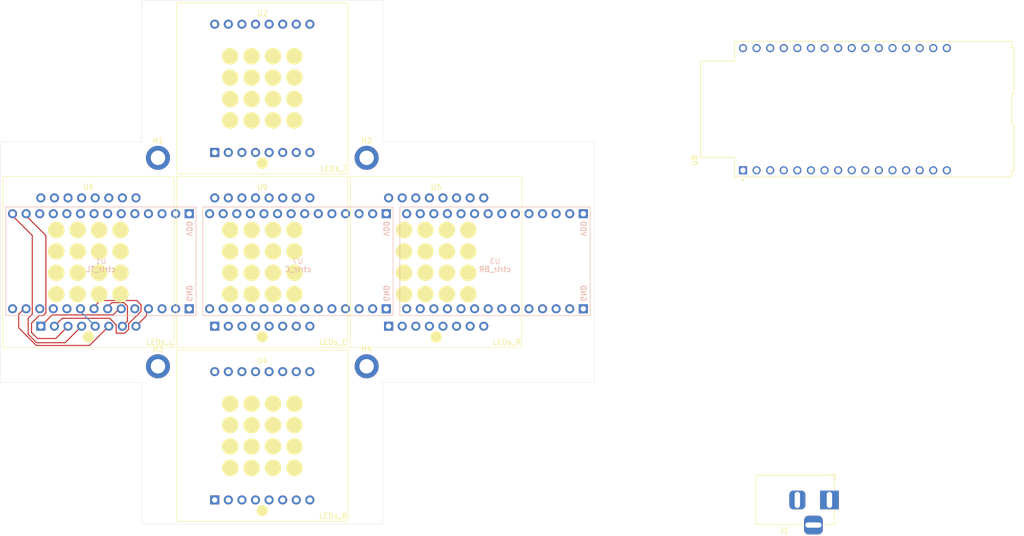
<source format=kicad_pcb>
(kicad_pcb (version 20241229) (generator "pcbnew") (generator_version "9.0")
  (layers (0 "F.Cu" signal) (2 "B.Cu" signal) (13 "F.Paste" user) (15 "B.Paste" user) (5 "F.SilkS" user "F.Silkscreen") (7 "B.SilkS" user "B.Silkscreen") (1 "F.Mask" user) (3 "B.Mask" user) (25 "Edge.Cuts" user))
  (net 0 "")
  (net 4 "GND")
  (net 14 "/SDA")
  (net 21 "+5V")
  (net 24 "/SCL")
  (net 26 "Net-(U1-A4)")
  (net 27 "Net-(U1-C0)")
  (net 28 "Net-(U1-A1)")
  (net 29 "Net-(U1-A7)")
  (net 30 "Net-(U1-C3)")
  (net 31 "Net-(U1-C7)")
  (net 32 "Net-(U1-A2)")
  (net 33 "Net-(U1-A0)")
  (net 34 "Net-(U1-A5)")
  (net 35 "Net-(U1-C5)")
  (net 36 "Net-(U1-C2)")
  (net 37 "Net-(U1-C4)")
  (net 38 "Net-(U1-A3)")
  (net 39 "Net-(U1-C1)")
  (net 40 "Net-(U1-C6)")
  (net 41 "Net-(U1-A6)")
  (net 42 "Net-(U3-C7)")
  (net 43 "Net-(U3-C6)")
  (net 44 "Net-(U3-C3)")
  (net 45 "Net-(U3-A12)")
  (net 46 "Net-(U3-A13)")
  (net 47 "Net-(U3-C5)")
  (net 48 "Net-(U3-C2)")
  (net 49 "Net-(U3-C1)")
  (net 50 "Net-(U3-C4)")
  (net 51 "Net-(U3-A10)")
  (net 52 "Net-(U3-C0)")
  (net 53 "Net-(U3-A11)")
  (net 54 "Net-(U3-A15)")
  (net 55 "Net-(U3-A8)")
  (net 56 "Net-(U3-A9)")
  (net 57 "Net-(U3-A14)")
  (net 58 "Net-(U3-A7)")
  (net 59 "Net-(U3-A0)")
  (net 60 "Net-(U3-A1)")
  (net 61 "Net-(U3-A2)")
  (net 62 "Net-(U3-A4)")
  (net 63 "Net-(U3-A6)")
  (net 64 "Net-(U3-A5)")
  (net 65 "Net-(U3-A3)")
  (net 66 "Net-(U1-A8)")
  (net 67 "Net-(U1-A11)")
  (net 68 "Net-(U1-A13)")
  (net 69 "Net-(U1-A12)")
  (net 70 "Net-(U1-A10)")
  (net 71 "Net-(U1-A15)")
  (net 72 "Net-(U1-A9)")
  (net 73 "Net-(U1-A14)")
  (net 74 "/brightness")
  (net 75 "/nextPattern")
  (net 76 "+3.3V")
  (net 78 "Net-(U7-C6)")
  (net 79 "Net-(U7-C7)")
  (net 80 "Net-(U7-A2)")
  (net 81 "Net-(U7-A6)")
  (net 82 "Net-(U7-C5)")
  (net 83 "Net-(U7-A1)")
  (net 84 "Net-(U7-A3)")
  (net 85 "Net-(U7-C1)")
  (net 86 "Net-(U7-C0)")
  (net 87 "Net-(U7-A0)")
  (net 88 "Net-(U7-C3)")
  (net 89 "Net-(U7-C2)")
  (net 90 "Net-(U7-A5)")
  (net 91 "Net-(U7-C4)")
  (net 92 "Net-(U7-A7)")
  (net 93 "Net-(U7-A4)")
  (footprint "lib_pharmacy:KWM-30881" (layer "F.Cu") (at 171 86)
    (property "Reference" "U5" (at 0 -14 0) (layer "F.SilkS"))
    (property "Value" "LEDs_R" (at 16 15 0) (layer "F.SilkS") (effects (justify right)))
    (fp_rect (start -16 -16) (end 16 16) (stroke (width 0.1)) (fill no) (layer "F.SilkS"))
    (fp_circle (center -6 -6) (end -4.5 -6) (stroke (width 0.1)) (fill yes) (layer "F.SilkS"))
    (fp_circle (center -6 -2) (end -4.5 -2) (stroke (width 0.1)) (fill yes) (layer "F.SilkS"))
    (fp_circle (center -6 2) (end -4.5 2) (stroke (width 0.1)) (fill yes) (layer "F.SilkS"))
    (fp_circle (center -6 6) (end -4.5 6) (stroke (width 0.1)) (fill yes) (layer "F.SilkS"))
    (fp_circle (center -2 -6) (end -0.5 -6) (stroke (width 0.1)) (fill yes) (layer "F.SilkS"))
    (fp_circle (center -2 -2) (end -0.5 -2) (stroke (width 0.1)) (fill yes) (layer "F.SilkS"))
    (fp_circle (center -2 2) (end -0.5 2) (stroke (width 0.1)) (fill yes) (layer "F.SilkS"))
    (fp_circle (center -2 6) (end -0.5 6) (stroke (width 0.1)) (fill yes) (layer "F.SilkS"))
    (fp_circle (center 0 14) (end 1 14) (stroke (width 0.1)) (fill yes) (layer "F.SilkS"))
    (fp_circle (center 2 -6) (end 3.5 -6) (stroke (width 0.1)) (fill yes) (layer "F.SilkS"))
    (fp_circle (center 2 -2) (end 3.5 -2) (stroke (width 0.1)) (fill yes) (layer "F.SilkS"))
    (fp_circle (center 2 2) (end 3.5 2) (stroke (width 0.1)) (fill yes) (layer "F.SilkS"))
    (fp_circle (center 2 6) (end 3.5 6) (stroke (width 0.1)) (fill yes) (layer "F.SilkS"))
    (fp_circle (center 6 -6) (end 7.5 -6) (stroke (width 0.1)) (fill yes) (layer "F.SilkS"))
    (fp_circle (center 6 -2) (end 7.5 -2) (stroke (width 0.1)) (fill yes) (layer "F.SilkS"))
    (fp_circle (center 6 2) (end 7.5 2) (stroke (width 0.1)) (fill yes) (layer "F.SilkS"))
    (fp_circle (center 6 6) (end 7.5 6) (stroke (width 0.1)) (fill yes) (layer "F.SilkS"))
    (pad "1" thru_hole rect (at -8.89 12 90) (size 1.7 1.7) (drill 1) (layers "*.Cu" "*.Mask") (net 50 "Net-(U3-C4)"))
    (pad "2" thru_hole circle (at -6.35 12 90) (size 1.7 1.7) (drill 1) (layers "*.Cu" "*.Mask") (net 43 "Net-(U3-C6)"))
    (pad "3" thru_hole circle (at -3.81 12 90) (size 1.7 1.7) (drill 1) (layers "*.Cu" "*.Mask") (net 60 "Net-(U3-A1)"))
    (pad "4" thru_hole circle (at -1.27 12 90) (size 1.7 1.7) (drill 1) (layers "*.Cu" "*.Mask") (net 61 "Net-(U3-A2)"))
    (pad "5" thru_hole circle (at 1.27 12 90) (size 1.7 1.7) (drill 1) (layers "*.Cu" "*.Mask") (net 42 "Net-(U3-C7)"))
    (pad "6" thru_hole circle (at 3.81 12 90) (size 1.7 1.7) (drill 1) (layers "*.Cu" "*.Mask") (net 62 "Net-(U3-A4)"))
    (pad "7" thru_hole circle (at 6.35 12 90) (size 1.7 1.7) (drill 1) (layers "*.Cu" "*.Mask") (net 47 "Net-(U3-C5)"))
    (pad "8" thru_hole circle (at 8.89 12 90) (size 1.7 1.7) (drill 1) (layers "*.Cu" "*.Mask") (net 48 "Net-(U3-C2)"))
    (pad "9" thru_hole circle (at 8.89 -12 90) (size 1.7 1.7) (drill 1) (layers "*.Cu" "*.Mask") (net 52 "Net-(U3-C0)"))
    (pad "10" thru_hole circle (at 6.35 -12 90) (size 1.7 1.7) (drill 1) (layers "*.Cu" "*.Mask") (net 65 "Net-(U3-A3)"))
    (pad "11" thru_hole circle (at 3.81 -12 90) (size 1.7 1.7) (drill 1) (layers "*.Cu" "*.Mask") (net 64 "Net-(U3-A5)"))
    (pad "12" thru_hole circle (at 1.27 -12 90) (size 1.7 1.7) (drill 1) (layers "*.Cu" "*.Mask") (net 44 "Net-(U3-C3)"))
    (pad "13" thru_hole circle (at -1.27 -12 90) (size 1.7 1.7) (drill 1) (layers "*.Cu" "*.Mask") (net 59 "Net-(U3-A0)"))
    (pad "14" thru_hole circle (at -3.81 -12 90) (size 1.7 1.7) (drill 1) (layers "*.Cu" "*.Mask") (net 49 "Net-(U3-C1)"))
    (pad "15" thru_hole circle (at -6.35 -12 90) (size 1.7 1.7) (drill 1) (layers "*.Cu" "*.Mask") (net 63 "Net-(U3-A6)"))
    (pad "16" thru_hole circle (at -8.89 -12 90) (size 1.7 1.7) (drill 1) (layers "*.Cu" "*.Mask") (net 58 "Net-(U3-A7)"))
  )
  (footprint "MountingHole:MountingHole_2.7mm_M2.5_ISO7380_Pad" (layer "F.Cu") (at 119 66.5)
    (property "Reference" "H1" (at 0 -3.2 0) (layer "F.SilkS"))
    (property "Value" "MountingHole_Pad")
    (pad "1" thru_hole circle (at 0 0) (size 4.5 4.5) (drill 2.7) (layers "*.Cu" "*.Mask") (net 4 "GND"))
  )
  (footprint "Connector_BarrelJack:BarrelJack_Horizontal" (layer "F.Cu") (at 244.5 130.5)
    (property "Reference" "J1" (at -8.45 5.75 0) (layer "F.SilkS"))
    (property "Value" "PWR_Conn")
    (fp_line (start -13.8 -4.6) (end 0.9 -4.6) (stroke (width 0.12)) (layer "F.SilkS"))
    (fp_line (start -13.8 4.6) (end -13.8 -4.6) (stroke (width 0.12)) (layer "F.SilkS"))
    (fp_line (start -5 4.6) (end -13.8 4.6) (stroke (width 0.12)) (layer "F.SilkS"))
    (fp_line (start 0.05 -4.8) (end 1.1 -4.8) (stroke (width 0.12)) (layer "F.SilkS"))
    (fp_line (start 0.9 -4.6) (end 0.9 -2) (stroke (width 0.12)) (layer "F.SilkS"))
    (fp_line (start 0.9 1.9) (end 0.9 4.6) (stroke (width 0.12)) (layer "F.SilkS"))
    (fp_line (start 0.9 4.6) (end -1 4.6) (stroke (width 0.12)) (layer "F.SilkS"))
    (fp_line (start 1.1 -3.75) (end 1.1 -4.8) (stroke (width 0.12)) (layer "F.SilkS"))
    (pad "1" thru_hole rect (at 0 0) (size 3.5 3.5) (drill oval 1 3) (layers "*.Cu" "*.Mask") (net 4 "GND"))
    (pad "2" thru_hole roundrect (at -6 0) (size 3 3.5) (drill oval 1 3) (layers "*.Cu" "*.Mask") (net 21 "+5V"))
    (pad "3" thru_hole roundrect (at -3 4.7) (size 3.5 3.5) (drill oval 3 1) (layers "*.Cu" "*.Mask"))
  )
  (footprint "lib_pharmacy:KWM-30881" (layer "F.Cu") (at 106 86)
    (property "Reference" "U6" (at 0 -14 0) (layer "F.SilkS"))
    (property "Value" "LEDs_L" (at 16 15 0) (layer "F.SilkS") (effects (justify right)))
    (fp_rect (start -16 -16) (end 16 16) (stroke (width 0.1)) (fill no) (layer "F.SilkS"))
    (fp_circle (center -6 -6) (end -4.5 -6) (stroke (width 0.1)) (fill yes) (layer "F.SilkS"))
    (fp_circle (center -6 -2) (end -4.5 -2) (stroke (width 0.1)) (fill yes) (layer "F.SilkS"))
    (fp_circle (center -6 2) (end -4.5 2) (stroke (width 0.1)) (fill yes) (layer "F.SilkS"))
    (fp_circle (center -6 6) (end -4.5 6) (stroke (width 0.1)) (fill yes) (layer "F.SilkS"))
    (fp_circle (center -2 -6) (end -0.5 -6) (stroke (width 0.1)) (fill yes) (layer "F.SilkS"))
    (fp_circle (center -2 -2) (end -0.5 -2) (stroke (width 0.1)) (fill yes) (layer "F.SilkS"))
    (fp_circle (center -2 2) (end -0.5 2) (stroke (width 0.1)) (fill yes) (layer "F.SilkS"))
    (fp_circle (center -2 6) (end -0.5 6) (stroke (width 0.1)) (fill yes) (layer "F.SilkS"))
    (fp_circle (center 0 14) (end 1 14) (stroke (width 0.1)) (fill yes) (layer "F.SilkS"))
    (fp_circle (center 2 -6) (end 3.5 -6) (stroke (width 0.1)) (fill yes) (layer "F.SilkS"))
    (fp_circle (center 2 -2) (end 3.5 -2) (stroke (width 0.1)) (fill yes) (layer "F.SilkS"))
    (fp_circle (center 2 2) (end 3.5 2) (stroke (width 0.1)) (fill yes) (layer "F.SilkS"))
    (fp_circle (center 2 6) (end 3.5 6) (stroke (width 0.1)) (fill yes) (layer "F.SilkS"))
    (fp_circle (center 6 -6) (end 7.5 -6) (stroke (width 0.1)) (fill yes) (layer "F.SilkS"))
    (fp_circle (center 6 -2) (end 7.5 -2) (stroke (width 0.1)) (fill yes) (layer "F.SilkS"))
    (fp_circle (center 6 2) (end 7.5 2) (stroke (width 0.1)) (fill yes) (layer "F.SilkS"))
    (fp_circle (center 6 6) (end 7.5 6) (stroke (width 0.1)) (fill yes) (layer "F.SilkS"))
    (pad "1" thru_hole rect (at -8.89 12 90) (size 1.7 1.7) (drill 1) (layers "*.Cu" "*.Mask") (net 37 "Net-(U1-C4)"))
    (pad "2" thru_hole circle (at -6.35 12 90) (size 1.7 1.7) (drill 1) (layers "*.Cu" "*.Mask") (net 40 "Net-(U1-C6)"))
    (pad "3" thru_hole circle (at -3.81 12 90) (size 1.7 1.7) (drill 1) (layers "*.Cu" "*.Mask") (net 72 "Net-(U1-A9)"))
    (pad "4" thru_hole circle (at -1.27 12 90) (size 1.7 1.7) (drill 1) (layers "*.Cu" "*.Mask") (net 70 "Net-(U1-A10)"))
    (pad "5" thru_hole circle (at 1.27 12 90) (size 1.7 1.7) (drill 1) (layers "*.Cu" "*.Mask") (net 31 "Net-(U1-C7)"))
    (pad "6" thru_hole circle (at 3.81 12 90) (size 1.7 1.7) (drill 1) (layers "*.Cu" "*.Mask") (net 69 "Net-(U1-A12)"))
    (pad "7" thru_hole circle (at 6.35 12 90) (size 1.7 1.7) (drill 1) (layers "*.Cu" "*.Mask") (net 35 "Net-(U1-C5)"))
    (pad "8" thru_hole circle (at 8.89 12 90) (size 1.7 1.7) (drill 1) (layers "*.Cu" "*.Mask") (net 36 "Net-(U1-C2)"))
    (pad "9" thru_hole circle (at 8.89 -12 90) (size 1.7 1.7) (drill 1) (layers "*.Cu" "*.Mask") (net 27 "Net-(U1-C0)"))
    (pad "10" thru_hole circle (at 6.35 -12 90) (size 1.7 1.7) (drill 1) (layers "*.Cu" "*.Mask") (net 67 "Net-(U1-A11)"))
    (pad "11" thru_hole circle (at 3.81 -12 90) (size 1.7 1.7) (drill 1) (layers "*.Cu" "*.Mask") (net 68 "Net-(U1-A13)"))
    (pad "12" thru_hole circle (at 1.27 -12 90) (size 1.7 1.7) (drill 1) (layers "*.Cu" "*.Mask") (net 30 "Net-(U1-C3)"))
    (pad "13" thru_hole circle (at -1.27 -12 90) (size 1.7 1.7) (drill 1) (layers "*.Cu" "*.Mask") (net 66 "Net-(U1-A8)"))
    (pad "14" thru_hole circle (at -3.81 -12 90) (size 1.7 1.7) (drill 1) (layers "*.Cu" "*.Mask") (net 39 "Net-(U1-C1)"))
    (pad "15" thru_hole circle (at -6.35 -12 90) (size 1.7 1.7) (drill 1) (layers "*.Cu" "*.Mask") (net 73 "Net-(U1-A14)"))
    (pad "16" thru_hole circle (at -8.89 -12 90) (size 1.7 1.7) (drill 1) (layers "*.Cu" "*.Mask") (net 71 "Net-(U1-A15)"))
  )
  (footprint "lib_pharmacy:KWM-30881" (layer "F.Cu") (at 138.5 86)
    (property "Reference" "U9" (at 0 -14 0) (layer "F.SilkS"))
    (property "Value" "LEDs_C" (at 16 15 0) (layer "F.SilkS") (effects (justify right)))
    (fp_rect (start -16 -16) (end 16 16) (stroke (width 0.1)) (fill no) (layer "F.SilkS"))
    (fp_circle (center -6 -6) (end -4.5 -6) (stroke (width 0.1)) (fill yes) (layer "F.SilkS"))
    (fp_circle (center -6 -2) (end -4.5 -2) (stroke (width 0.1)) (fill yes) (layer "F.SilkS"))
    (fp_circle (center -6 2) (end -4.5 2) (stroke (width 0.1)) (fill yes) (layer "F.SilkS"))
    (fp_circle (center -6 6) (end -4.5 6) (stroke (width 0.1)) (fill yes) (layer "F.SilkS"))
    (fp_circle (center -2 -6) (end -0.5 -6) (stroke (width 0.1)) (fill yes) (layer "F.SilkS"))
    (fp_circle (center -2 -2) (end -0.5 -2) (stroke (width 0.1)) (fill yes) (layer "F.SilkS"))
    (fp_circle (center -2 2) (end -0.5 2) (stroke (width 0.1)) (fill yes) (layer "F.SilkS"))
    (fp_circle (center -2 6) (end -0.5 6) (stroke (width 0.1)) (fill yes) (layer "F.SilkS"))
    (fp_circle (center 0 14) (end 1 14) (stroke (width 0.1)) (fill yes) (layer "F.SilkS"))
    (fp_circle (center 2 -6) (end 3.5 -6) (stroke (width 0.1)) (fill yes) (layer "F.SilkS"))
    (fp_circle (center 2 -2) (end 3.5 -2) (stroke (width 0.1)) (fill yes) (layer "F.SilkS"))
    (fp_circle (center 2 2) (end 3.5 2) (stroke (width 0.1)) (fill yes) (layer "F.SilkS"))
    (fp_circle (center 2 6) (end 3.5 6) (stroke (width 0.1)) (fill yes) (layer "F.SilkS"))
    (fp_circle (center 6 -6) (end 7.5 -6) (stroke (width 0.1)) (fill yes) (layer "F.SilkS"))
    (fp_circle (center 6 -2) (end 7.5 -2) (stroke (width 0.1)) (fill yes) (layer "F.SilkS"))
    (fp_circle (center 6 2) (end 7.5 2) (stroke (width 0.1)) (fill yes) (layer "F.SilkS"))
    (fp_circle (center 6 6) (end 7.5 6) (stroke (width 0.1)) (fill yes) (layer "F.SilkS"))
    (pad "1" thru_hole rect (at -8.89 12 90) (size 1.7 1.7) (drill 1) (layers "*.Cu" "*.Mask") (net 91 "Net-(U7-C4)"))
    (pad "2" thru_hole circle (at -6.35 12 90) (size 1.7 1.7) (drill 1) (layers "*.Cu" "*.Mask") (net 78 "Net-(U7-C6)"))
    (pad "3" thru_hole circle (at -3.81 12 90) (size 1.7 1.7) (drill 1) (layers "*.Cu" "*.Mask") (net 83 "Net-(U7-A1)"))
    (pad "4" thru_hole circle (at -1.27 12 90) (size 1.7 1.7) (drill 1) (layers "*.Cu" "*.Mask") (net 80 "Net-(U7-A2)"))
    (pad "5" thru_hole circle (at 1.27 12 90) (size 1.7 1.7) (drill 1) (layers "*.Cu" "*.Mask") (net 79 "Net-(U7-C7)"))
    (pad "6" thru_hole circle (at 3.81 12 90) (size 1.7 1.7) (drill 1) (layers "*.Cu" "*.Mask") (net 93 "Net-(U7-A4)"))
    (pad "7" thru_hole circle (at 6.35 12 90) (size 1.7 1.7) (drill 1) (layers "*.Cu" "*.Mask") (net 82 "Net-(U7-C5)"))
    (pad "8" thru_hole circle (at 8.89 12 90) (size 1.7 1.7) (drill 1) (layers "*.Cu" "*.Mask") (net 89 "Net-(U7-C2)"))
    (pad "9" thru_hole circle (at 8.89 -12 90) (size 1.7 1.7) (drill 1) (layers "*.Cu" "*.Mask") (net 86 "Net-(U7-C0)"))
    (pad "10" thru_hole circle (at 6.35 -12 90) (size 1.7 1.7) (drill 1) (layers "*.Cu" "*.Mask") (net 84 "Net-(U7-A3)"))
    (pad "11" thru_hole circle (at 3.81 -12 90) (size 1.7 1.7) (drill 1) (layers "*.Cu" "*.Mask") (net 90 "Net-(U7-A5)"))
    (pad "12" thru_hole circle (at 1.27 -12 90) (size 1.7 1.7) (drill 1) (layers "*.Cu" "*.Mask") (net 88 "Net-(U7-C3)"))
    (pad "13" thru_hole circle (at -1.27 -12 90) (size 1.7 1.7) (drill 1) (layers "*.Cu" "*.Mask") (net 87 "Net-(U7-A0)"))
    (pad "14" thru_hole circle (at -3.81 -12 90) (size 1.7 1.7) (drill 1) (layers "*.Cu" "*.Mask") (net 85 "Net-(U7-C1)"))
    (pad "15" thru_hole circle (at -6.35 -12 90) (size 1.7 1.7) (drill 1) (layers "*.Cu" "*.Mask") (net 81 "Net-(U7-A6)"))
    (pad "16" thru_hole circle (at -8.89 -12 90) (size 1.7 1.7) (drill 1) (layers "*.Cu" "*.Mask") (net 92 "Net-(U7-A7)"))
  )
  (footprint "MountingHole:MountingHole_2.7mm_M2.5_ISO7380_Pad" (layer "F.Cu") (at 158 105.5)
    (property "Reference" "H4" (at 0 -3.2 0) (layer "F.SilkS"))
    (property "Value" "MountingHole_Pad")
    (pad "1" thru_hole circle (at 0 0) (size 4.5 4.5) (drill 2.7) (layers "*.Cu" "*.Mask") (net 4 "GND"))
  )
  (footprint "lib_pharmacy:KWM-30881" (layer "F.Cu") (at 138.5 53.5)
    (property "Reference" "U2" (at 0 -14 0) (layer "F.SilkS"))
    (property "Value" "LEDs_T" (at 16 15 0) (layer "F.SilkS") (effects (justify right)))
    (fp_rect (start -16 -16) (end 16 16) (stroke (width 0.1)) (fill no) (layer "F.SilkS"))
    (fp_circle (center -6 -6) (end -4.5 -6) (stroke (width 0.1)) (fill yes) (layer "F.SilkS"))
    (fp_circle (center -6 -2) (end -4.5 -2) (stroke (width 0.1)) (fill yes) (layer "F.SilkS"))
    (fp_circle (center -6 2) (end -4.5 2) (stroke (width 0.1)) (fill yes) (layer "F.SilkS"))
    (fp_circle (center -6 6) (end -4.5 6) (stroke (width 0.1)) (fill yes) (layer "F.SilkS"))
    (fp_circle (center -2 -6) (end -0.5 -6) (stroke (width 0.1)) (fill yes) (layer "F.SilkS"))
    (fp_circle (center -2 -2) (end -0.5 -2) (stroke (width 0.1)) (fill yes) (layer "F.SilkS"))
    (fp_circle (center -2 2) (end -0.5 2) (stroke (width 0.1)) (fill yes) (layer "F.SilkS"))
    (fp_circle (center -2 6) (end -0.5 6) (stroke (width 0.1)) (fill yes) (layer "F.SilkS"))
    (fp_circle (center 0 14) (end 1 14) (stroke (width 0.1)) (fill yes) (layer "F.SilkS"))
    (fp_circle (center 2 -6) (end 3.5 -6) (stroke (width 0.1)) (fill yes) (layer "F.SilkS"))
    (fp_circle (center 2 -2) (end 3.5 -2) (stroke (width 0.1)) (fill yes) (layer "F.SilkS"))
    (fp_circle (center 2 2) (end 3.5 2) (stroke (width 0.1)) (fill yes) (layer "F.SilkS"))
    (fp_circle (center 2 6) (end 3.5 6) (stroke (width 0.1)) (fill yes) (layer "F.SilkS"))
    (fp_circle (center 6 -6) (end 7.5 -6) (stroke (width 0.1)) (fill yes) (layer "F.SilkS"))
    (fp_circle (center 6 -2) (end 7.5 -2) (stroke (width 0.1)) (fill yes) (layer "F.SilkS"))
    (fp_circle (center 6 2) (end 7.5 2) (stroke (width 0.1)) (fill yes) (layer "F.SilkS"))
    (fp_circle (center 6 6) (end 7.5 6) (stroke (width 0.1)) (fill yes) (layer "F.SilkS"))
    (pad "1" thru_hole rect (at -8.89 12 90) (size 1.7 1.7) (drill 1) (layers "*.Cu" "*.Mask") (net 37 "Net-(U1-C4)"))
    (pad "2" thru_hole circle (at -6.35 12 90) (size 1.7 1.7) (drill 1) (layers "*.Cu" "*.Mask") (net 40 "Net-(U1-C6)"))
    (pad "3" thru_hole circle (at -3.81 12 90) (size 1.7 1.7) (drill 1) (layers "*.Cu" "*.Mask") (net 28 "Net-(U1-A1)"))
    (pad "4" thru_hole circle (at -1.27 12 90) (size 1.7 1.7) (drill 1) (layers "*.Cu" "*.Mask") (net 32 "Net-(U1-A2)"))
    (pad "5" thru_hole circle (at 1.27 12 90) (size 1.7 1.7) (drill 1) (layers "*.Cu" "*.Mask") (net 31 "Net-(U1-C7)"))
    (pad "6" thru_hole circle (at 3.81 12 90) (size 1.7 1.7) (drill 1) (layers "*.Cu" "*.Mask") (net 26 "Net-(U1-A4)"))
    (pad "7" thru_hole circle (at 6.35 12 90) (size 1.7 1.7) (drill 1) (layers "*.Cu" "*.Mask") (net 35 "Net-(U1-C5)"))
    (pad "8" thru_hole circle (at 8.89 12 90) (size 1.7 1.7) (drill 1) (layers "*.Cu" "*.Mask") (net 36 "Net-(U1-C2)"))
    (pad "9" thru_hole circle (at 8.89 -12 90) (size 1.7 1.7) (drill 1) (layers "*.Cu" "*.Mask") (net 27 "Net-(U1-C0)"))
    (pad "10" thru_hole circle (at 6.35 -12 90) (size 1.7 1.7) (drill 1) (layers "*.Cu" "*.Mask") (net 38 "Net-(U1-A3)"))
    (pad "11" thru_hole circle (at 3.81 -12 90) (size 1.7 1.7) (drill 1) (layers "*.Cu" "*.Mask") (net 34 "Net-(U1-A5)"))
    (pad "12" thru_hole circle (at 1.27 -12 90) (size 1.7 1.7) (drill 1) (layers "*.Cu" "*.Mask") (net 30 "Net-(U1-C3)"))
    (pad "13" thru_hole circle (at -1.27 -12 90) (size 1.7 1.7) (drill 1) (layers "*.Cu" "*.Mask") (net 33 "Net-(U1-A0)"))
    (pad "14" thru_hole circle (at -3.81 -12 90) (size 1.7 1.7) (drill 1) (layers "*.Cu" "*.Mask") (net 39 "Net-(U1-C1)"))
    (pad "15" thru_hole circle (at -6.35 -12 90) (size 1.7 1.7) (drill 1) (layers "*.Cu" "*.Mask") (net 41 "Net-(U1-A6)"))
    (pad "16" thru_hole circle (at -8.89 -12 90) (size 1.7 1.7) (drill 1) (layers "*.Cu" "*.Mask") (net 29 "Net-(U1-A7)"))
  )
  (footprint "ESP32-C6-DEVKITC-1-N8:MODULE_ESP32-C6-DEVKITC-1-N8" (layer "F.Cu") (at 252.671 57.404 90)
    (property "Reference" "U8" (at -9.575 -33.385 90) (layer "F.SilkS"))
    (property "Value" "ESP32-C6-DEVKITC-1-N8")
    (fp_line (start 9 -32.25) (end 9 -25.9) (stroke (width 0.127)) (layer "F.SilkS"))
    (fp_line (start -9 -32.25) (end 9 -32.25) (stroke (width 0.127)) (layer "F.SilkS"))
    (fp_line (start 12.7 -25.9) (end 12.7 25.9) (stroke (width 0.127)) (layer "F.SilkS"))
    (fp_line (start 9 -25.9) (end 12.7 -25.9) (stroke (width 0.127)) (layer "F.SilkS"))
    (fp_line (start -9 -25.9) (end -9 -32.25) (stroke (width 0.127)) (layer "F.SilkS"))
    (fp_line (start -12.7 -25.9) (end -9 -25.9) (stroke (width 0.127)) (layer "F.SilkS"))
    (fp_line (start 12.7 25.9) (end 11.525 25.9) (stroke (width 0.127)) (layer "F.SilkS"))
    (fp_line (start 2.875 25.9) (end -2.875 25.9) (stroke (width 0.127)) (layer "F.SilkS"))
    (fp_line (start 2.875 25.9) (end 2.875 26.3) (stroke (width 0.127)) (layer "F.SilkS"))
    (fp_line (start -11.525 25.9) (end -12.7 25.9) (stroke (width 0.127)) (layer "F.SilkS"))
    (fp_line (start -11.525 25.9) (end -11.525 26.3) (stroke (width 0.127)) (layer "F.SilkS"))
    (fp_line (start -12.7 25.9) (end -12.7 -25.9) (stroke (width 0.127)) (layer "F.SilkS"))
    (fp_line (start 11.525 26.3) (end 11.525 25.9) (stroke (width 0.127)) (layer "F.SilkS"))
    (fp_line (start 2.875 26.3) (end 11.525 26.3) (stroke (width 0.127)) (layer "F.SilkS"))
    (fp_line (start -2.875 26.3) (end -2.875 25.9) (stroke (width 0.127)) (layer "F.SilkS"))
    (fp_line (start -11.525 26.3) (end -2.875 26.3) (stroke (width 0.127)) (layer "F.SilkS"))
    (fp_circle (center -13.25 -24.325) (end -13.15 -24.325) (stroke (width 0.2)) (fill no) (layer "F.SilkS"))
    (pad "J1_1" thru_hole rect (at -11.43 -24.325 90) (size 1.524 1.524) (drill 1.016) (layers "*.Cu" "*.Mask") (net 76 "+3.3V"))
    (pad "J1_2" thru_hole circle (at -11.43 -21.785 90) (size 1.524 1.524) (drill 1.016) (layers "*.Cu" "*.Mask"))
    (pad "J1_3" thru_hole circle (at -11.43 -19.245 90) (size 1.524 1.524) (drill 1.016) (layers "*.Cu" "*.Mask"))
    (pad "J1_4" thru_hole circle (at -11.43 -16.705 90) (size 1.524 1.524) (drill 1.016) (layers "*.Cu" "*.Mask"))
    (pad "J1_5" thru_hole circle (at -11.43 -14.165 90) (size 1.524 1.524) (drill 1.016) (layers "*.Cu" "*.Mask"))
    (pad "J1_6" thru_hole circle (at -11.43 -11.625 90) (size 1.524 1.524) (drill 1.016) (layers "*.Cu" "*.Mask"))
    (pad "J1_7" thru_hole circle (at -11.43 -9.085 90) (size 1.524 1.524) (drill 1.016) (layers "*.Cu" "*.Mask") (net 74 "/brightness"))
    (pad "J1_8" thru_hole circle (at -11.43 -6.545 90) (size 1.524 1.524) (drill 1.016) (layers "*.Cu" "*.Mask"))
    (pad "J1_9" thru_hole circle (at -11.43 -4.005 90) (size 1.524 1.524) (drill 1.016) (layers "*.Cu" "*.Mask"))
    (pad "J1_10" thru_hole circle (at -11.43 -1.465 90) (size 1.524 1.524) (drill 1.016) (layers "*.Cu" "*.Mask") (net 75 "/nextPattern"))
    (pad "J1_11" thru_hole circle (at -11.43 1.075 90) (size 1.524 1.524) (drill 1.016) (layers "*.Cu" "*.Mask"))
    (pad "J1_12" thru_hole circle (at -11.43 3.615 90) (size 1.524 1.524) (drill 1.016) (layers "*.Cu" "*.Mask"))
    (pad "J1_13" thru_hole circle (at -11.43 6.155 90) (size 1.524 1.524) (drill 1.016) (layers "*.Cu" "*.Mask"))
    (pad "J1_14" thru_hole circle (at -11.43 8.695 90) (size 1.524 1.524) (drill 1.016) (layers "*.Cu" "*.Mask") (net 21 "+5V"))
    (pad "J1_15" thru_hole circle (at -11.43 11.235 90) (size 1.524 1.524) (drill 1.016) (layers "*.Cu" "*.Mask") (net 4 "GND"))
    (pad "J1_16" thru_hole circle (at -11.43 13.775 90) (size 1.524 1.524) (drill 1.016) (layers "*.Cu" "*.Mask"))
    (pad "J3_1" thru_hole circle (at 11.43 -24.325 90) (size 1.524 1.524) (drill 1.016) (layers "*.Cu" "*.Mask") (net 4 "GND"))
    (pad "J3_2" thru_hole circle (at 11.43 -21.785 90) (size 1.524 1.524) (drill 1.016) (layers "*.Cu" "*.Mask"))
    (pad "J3_3" thru_hole circle (at 11.43 -19.245 90) (size 1.524 1.524) (drill 1.016) (layers "*.Cu" "*.Mask"))
    (pad "J3_4" thru_hole circle (at 11.43 -16.705 90) (size 1.524 1.524) (drill 1.016) (layers "*.Cu" "*.Mask"))
    (pad "J3_5" thru_hole circle (at 11.43 -14.165 90) (size 1.524 1.524) (drill 1.016) (layers "*.Cu" "*.Mask"))
    (pad "J3_6" thru_hole circle (at 11.43 -11.625 90) (size 1.524 1.524) (drill 1.016) (layers "*.Cu" "*.Mask") (net 24 "/SCL"))
    (pad "J3_7" thru_hole circle (at 11.43 -9.085 90) (size 1.524 1.524) (drill 1.016) (layers "*.Cu" "*.Mask") (net 14 "/SDA"))
    (pad "J3_8" thru_hole circle (at 11.43 -6.545 90) (size 1.524 1.524) (drill 1.016) (layers "*.Cu" "*.Mask"))
    (pad "J3_9" thru_hole circle (at 11.43 -4.005 90) (size 1.524 1.524) (drill 1.016) (layers "*.Cu" "*.Mask"))
    (pad "J3_10" thru_hole circle (at 11.43 -1.465 90) (size 1.524 1.524) (drill 1.016) (layers "*.Cu" "*.Mask"))
    (pad "J3_11" thru_hole circle (at 11.43 1.075 90) (size 1.524 1.524) (drill 1.016) (layers "*.Cu" "*.Mask"))
    (pad "J3_12" thru_hole circle (at 11.43 3.615 90) (size 1.524 1.524) (drill 1.016) (layers "*.Cu" "*.Mask") (net 4 "GND"))
    (pad "J3_13" thru_hole circle (at 11.43 6.155 90) (size 1.524 1.524) (drill 1.016) (layers "*.Cu" "*.Mask"))
    (pad "J3_14" thru_hole circle (at 11.43 8.695 90) (size 1.524 1.524) (drill 1.016) (layers "*.Cu" "*.Mask"))
    (pad "J3_15" thru_hole circle (at 11.43 11.235 90) (size 1.524 1.524) (drill 1.016) (layers "*.Cu" "*.Mask") (net 4 "GND"))
    (pad "J3_16" thru_hole circle (at 11.43 13.775 90) (size 1.524 1.524) (drill 1.016) (layers "*.Cu" "*.Mask"))
  )
  (footprint "lib_pharmacy:KWM-30881" (layer "F.Cu") (at 138.5 118.5)
    (property "Reference" "U4" (at 0 -14 0) (layer "F.SilkS"))
    (property "Value" "LEDs_B" (at 16 15 0) (layer "F.SilkS") (effects (justify right)))
    (fp_rect (start -16 -16) (end 16 16) (stroke (width 0.1)) (fill no) (layer "F.SilkS"))
    (fp_circle (center -6 -6) (end -4.5 -6) (stroke (width 0.1)) (fill yes) (layer "F.SilkS"))
    (fp_circle (center -6 -2) (end -4.5 -2) (stroke (width 0.1)) (fill yes) (layer "F.SilkS"))
    (fp_circle (center -6 2) (end -4.5 2) (stroke (width 0.1)) (fill yes) (layer "F.SilkS"))
    (fp_circle (center -6 6) (end -4.5 6) (stroke (width 0.1)) (fill yes) (layer "F.SilkS"))
    (fp_circle (center -2 -6) (end -0.5 -6) (stroke (width 0.1)) (fill yes) (layer "F.SilkS"))
    (fp_circle (center -2 -2) (end -0.5 -2) (stroke (width 0.1)) (fill yes) (layer "F.SilkS"))
    (fp_circle (center -2 2) (end -0.5 2) (stroke (width 0.1)) (fill yes) (layer "F.SilkS"))
    (fp_circle (center -2 6) (end -0.5 6) (stroke (width 0.1)) (fill yes) (layer "F.SilkS"))
    (fp_circle (center 0 14) (end 1 14) (stroke (width 0.1)) (fill yes) (layer "F.SilkS"))
    (fp_circle (center 2 -6) (end 3.5 -6) (stroke (width 0.1)) (fill yes) (layer "F.SilkS"))
    (fp_circle (center 2 -2) (end 3.5 -2) (stroke (width 0.1)) (fill yes) (layer "F.SilkS"))
    (fp_circle (center 2 2) (end 3.5 2) (stroke (width 0.1)) (fill yes) (layer "F.SilkS"))
    (fp_circle (center 2 6) (end 3.5 6) (stroke (width 0.1)) (fill yes) (layer "F.SilkS"))
    (fp_circle (center 6 -6) (end 7.5 -6) (stroke (width 0.1)) (fill yes) (layer "F.SilkS"))
    (fp_circle (center 6 -2) (end 7.5 -2) (stroke (width 0.1)) (fill yes) (layer "F.SilkS"))
    (fp_circle (center 6 2) (end 7.5 2) (stroke (width 0.1)) (fill yes) (layer "F.SilkS"))
    (fp_circle (center 6 6) (end 7.5 6) (stroke (width 0.1)) (fill yes) (layer "F.SilkS"))
    (pad "1" thru_hole rect (at -8.89 12 90) (size 1.7 1.7) (drill 1) (layers "*.Cu" "*.Mask") (net 50 "Net-(U3-C4)"))
    (pad "2" thru_hole circle (at -6.35 12 90) (size 1.7 1.7) (drill 1) (layers "*.Cu" "*.Mask") (net 43 "Net-(U3-C6)"))
    (pad "3" thru_hole circle (at -3.81 12 90) (size 1.7 1.7) (drill 1) (layers "*.Cu" "*.Mask") (net 56 "Net-(U3-A9)"))
    (pad "4" thru_hole circle (at -1.27 12 90) (size 1.7 1.7) (drill 1) (layers "*.Cu" "*.Mask") (net 51 "Net-(U3-A10)"))
    (pad "5" thru_hole circle (at 1.27 12 90) (size 1.7 1.7) (drill 1) (layers "*.Cu" "*.Mask") (net 42 "Net-(U3-C7)"))
    (pad "6" thru_hole circle (at 3.81 12 90) (size 1.7 1.7) (drill 1) (layers "*.Cu" "*.Mask") (net 45 "Net-(U3-A12)"))
    (pad "7" thru_hole circle (at 6.35 12 90) (size 1.7 1.7) (drill 1) (layers "*.Cu" "*.Mask") (net 47 "Net-(U3-C5)"))
    (pad "8" thru_hole circle (at 8.89 12 90) (size 1.7 1.7) (drill 1) (layers "*.Cu" "*.Mask") (net 48 "Net-(U3-C2)"))
    (pad "9" thru_hole circle (at 8.89 -12 90) (size 1.7 1.7) (drill 1) (layers "*.Cu" "*.Mask") (net 52 "Net-(U3-C0)"))
    (pad "10" thru_hole circle (at 6.35 -12 90) (size 1.7 1.7) (drill 1) (layers "*.Cu" "*.Mask") (net 53 "Net-(U3-A11)"))
    (pad "11" thru_hole circle (at 3.81 -12 90) (size 1.7 1.7) (drill 1) (layers "*.Cu" "*.Mask") (net 46 "Net-(U3-A13)"))
    (pad "12" thru_hole circle (at 1.27 -12 90) (size 1.7 1.7) (drill 1) (layers "*.Cu" "*.Mask") (net 44 "Net-(U3-C3)"))
    (pad "13" thru_hole circle (at -1.27 -12 90) (size 1.7 1.7) (drill 1) (layers "*.Cu" "*.Mask") (net 55 "Net-(U3-A8)"))
    (pad "14" thru_hole circle (at -3.81 -12 90) (size 1.7 1.7) (drill 1) (layers "*.Cu" "*.Mask") (net 49 "Net-(U3-C1)"))
    (pad "15" thru_hole circle (at -6.35 -12 90) (size 1.7 1.7) (drill 1) (layers "*.Cu" "*.Mask") (net 57 "Net-(U3-A14)"))
    (pad "16" thru_hole circle (at -8.89 -12 90) (size 1.7 1.7) (drill 1) (layers "*.Cu" "*.Mask") (net 54 "Net-(U3-A15)"))
  )
  (footprint "MountingHole:MountingHole_2.7mm_M2.5_ISO7380_Pad" (layer "F.Cu") (at 119 105.5)
    (property "Reference" "H3" (at 0 -3.2 0) (layer "F.SilkS"))
    (property "Value" "MountingHole_Pad")
    (pad "1" thru_hole circle (at 0 0) (size 4.5 4.5) (drill 2.7) (layers "*.Cu" "*.Mask") (net 4 "GND"))
  )
  (footprint "MountingHole:MountingHole_2.7mm_M2.5_ISO7380_Pad" (layer "F.Cu") (at 158 66.5)
    (property "Reference" "H2" (at 0 -3.2 0) (layer "F.SilkS"))
    (property "Value" "MountingHole_Pad")
    (pad "1" thru_hole circle (at 0 0) (size 4.5 4.5) (drill 2.7) (layers "*.Cu" "*.Mask") (net 4 "GND"))
  )
  (footprint "lib_pharmacy:HT16K33" (layer "B.Cu") (at 161.67 94.742 180)
    (property "Reference" "U7" (at 16.51 8.89 0) (layer "B.SilkS") (effects (font (thickness 0.1)) (justify mirror)))
    (property "Value" "ctrlr_C" (at 16.51 7.39 0) (layer "B.SilkS") (effects (justify mirror)))
    (fp_rect (start -1.27 19.05) (end 34.29 -1.27) (stroke (width 0.1)) (fill no) (layer "B.SilkS"))
    (fp_text user "GND" (at 0 1.27 270) (layer "B.SilkS") (effects (justify left mirror)))
    (fp_text user "VDD" (at 0 16.51 270) (layer "B.SilkS") (effects (justify right mirror)))
    (pad "1" thru_hole rect (at 0 0 90) (size 1.7 1.7) (drill 1) (layers "*.Cu" "*.Mask") (net 4 "GND"))
    (pad "2" thru_hole circle (at 2.54 0 90) (size 1.7 1.7) (drill 1) (layers "*.Cu" "*.Mask") (net 86 "Net-(U7-C0)"))
    (pad "3" thru_hole circle (at 5.08 0 90) (size 1.7 1.7) (drill 1) (layers "*.Cu" "*.Mask") (net 85 "Net-(U7-C1)"))
    (pad "4" thru_hole circle (at 7.62 0 90) (size 1.7 1.7) (drill 1) (layers "*.Cu" "*.Mask") (net 89 "Net-(U7-C2)"))
    (pad "5" thru_hole circle (at 10.16 0 90) (size 1.7 1.7) (drill 1) (layers "*.Cu" "*.Mask") (net 88 "Net-(U7-C3)"))
    (pad "6" thru_hole circle (at 12.7 0 90) (size 1.7 1.7) (drill 1) (layers "*.Cu" "*.Mask") (net 91 "Net-(U7-C4)"))
    (pad "7" thru_hole circle (at 15.24 0 90) (size 1.7 1.7) (drill 1) (layers "*.Cu" "*.Mask") (net 82 "Net-(U7-C5)"))
    (pad "8" thru_hole circle (at 17.78 0 90) (size 1.7 1.7) (drill 1) (layers "*.Cu" "*.Mask") (net 78 "Net-(U7-C6)"))
    (pad "9" thru_hole circle (at 20.32 0 90) (size 1.7 1.7) (drill 1) (layers "*.Cu" "*.Mask") (net 79 "Net-(U7-C7)"))
    (pad "10" thru_hole circle (at 22.86 0 90) (size 1.7 1.7) (drill 1) (layers "*.Cu" "*.Mask"))
    (pad "11" thru_hole circle (at 25.4 0 90) (size 1.7 1.7) (drill 1) (layers "*.Cu" "*.Mask"))
    (pad "12" thru_hole circle (at 27.94 0 90) (size 1.7 1.7) (drill 1) (layers "*.Cu" "*.Mask"))
    (pad "13" thru_hole circle (at 30.48 0 90) (size 1.7 1.7) (drill 1) (layers "*.Cu" "*.Mask"))
    (pad "14" thru_hole circle (at 33.02 0 90) (size 1.7 1.7) (drill 1) (layers "*.Cu" "*.Mask"))
    (pad "15" thru_hole circle (at 33.02 17.78 90) (size 1.7 1.7) (drill 1) (layers "*.Cu" "*.Mask"))
    (pad "16" thru_hole circle (at 30.48 17.78 90) (size 1.7 1.7) (drill 1) (layers "*.Cu" "*.Mask"))
    (pad "17" thru_hole circle (at 27.94 17.78 90) (size 1.7 1.7) (drill 1) (layers "*.Cu" "*.Mask"))
    (pad "18" thru_hole circle (at 25.4 17.78 90) (size 1.7 1.7) (drill 1) (layers "*.Cu" "*.Mask") (net 92 "Net-(U7-A7)"))
    (pad "19" thru_hole circle (at 22.86 17.78 90) (size 1.7 1.7) (drill 1) (layers "*.Cu" "*.Mask") (net 81 "Net-(U7-A6)"))
    (pad "20" thru_hole circle (at 20.32 17.78 90) (size 1.7 1.7) (drill 1) (layers "*.Cu" "*.Mask") (net 90 "Net-(U7-A5)"))
    (pad "21" thru_hole circle (at 17.78 17.78 90) (size 1.7 1.7) (drill 1) (layers "*.Cu" "*.Mask") (net 93 "Net-(U7-A4)"))
    (pad "22" thru_hole circle (at 15.24 17.78 90) (size 1.7 1.7) (drill 1) (layers "*.Cu" "*.Mask") (net 84 "Net-(U7-A3)"))
    (pad "23" thru_hole circle (at 12.7 17.78 90) (size 1.7 1.7) (drill 1) (layers "*.Cu" "*.Mask") (net 80 "Net-(U7-A2)"))
    (pad "24" thru_hole circle (at 10.16 17.78 90) (size 1.7 1.7) (drill 1) (layers "*.Cu" "*.Mask") (net 83 "Net-(U7-A1)"))
    (pad "25" thru_hole circle (at 7.62 17.78 90) (size 1.7 1.7) (drill 1) (layers "*.Cu" "*.Mask") (net 87 "Net-(U7-A0)"))
    (pad "26" thru_hole circle (at 5.08 17.78 90) (size 1.7 1.7) (drill 1) (layers "*.Cu" "*.Mask") (net 24 "/SCL"))
    (pad "27" thru_hole circle (at 2.54 17.78 90) (size 1.7 1.7) (drill 1) (layers "*.Cu" "*.Mask") (net 14 "/SDA"))
    (pad "28" thru_hole rect (at 0 17.78 90) (size 1.7 1.7) (drill 1) (layers "*.Cu" "*.Mask") (net 21 "+5V"))
  )
  (footprint "lib_pharmacy:HT16K33" (layer "B.Cu") (at 124.84 94.742 180)
    (property "Reference" "U1" (at 16.51 8.89 0) (layer "B.SilkS") (effects (font (thickness 0.1)) (justify mirror)))
    (property "Value" "ctrlr_TL" (at 16.51 7.39 0) (layer "B.SilkS") (effects (justify mirror)))
    (fp_rect (start -1.27 19.05) (end 34.29 -1.27) (stroke (width 0.1)) (fill no) (layer "B.SilkS"))
    (fp_text user "VDD" (at 0 16.51 270) (layer "B.SilkS") (effects (justify right mirror)))
    (fp_text user "GND" (at 0 1.27 270) (layer "B.SilkS") (effects (justify left mirror)))
    (pad "1" thru_hole rect (at 0 0 90) (size 1.7 1.7) (drill 1) (layers "*.Cu" "*.Mask") (net 4 "GND"))
    (pad "2" thru_hole circle (at 2.54 0 90) (size 1.7 1.7) (drill 1) (layers "*.Cu" "*.Mask") (net 27 "Net-(U1-C0)"))
    (pad "3" thru_hole circle (at 5.08 0 90) (size 1.7 1.7) (drill 1) (layers "*.Cu" "*.Mask") (net 39 "Net-(U1-C1)"))
    (pad "4" thru_hole circle (at 7.62 0 90) (size 1.7 1.7) (drill 1) (layers "*.Cu" "*.Mask") (net 36 "Net-(U1-C2)"))
    (pad "5" thru_hole circle (at 10.16 0 90) (size 1.7 1.7) (drill 1) (layers "*.Cu" "*.Mask") (net 30 "Net-(U1-C3)"))
    (pad "6" thru_hole circle (at 12.7 0 90) (size 1.7 1.7) (drill 1) (layers "*.Cu" "*.Mask") (net 37 "Net-(U1-C4)"))
    (pad "7" thru_hole circle (at 15.24 0 90) (size 1.7 1.7) (drill 1) (layers "*.Cu" "*.Mask") (net 35 "Net-(U1-C5)"))
    (pad "8" thru_hole circle (at 17.78 0 90) (size 1.7 1.7) (drill 1) (layers "*.Cu" "*.Mask") (net 40 "Net-(U1-C6)"))
    (pad "9" thru_hole circle (at 20.32 0 90) (size 1.7 1.7) (drill 1) (layers "*.Cu" "*.Mask") (net 31 "Net-(U1-C7)"))
    (pad "10" thru_hole circle (at 22.86 0 90) (size 1.7 1.7) (drill 1) (layers "*.Cu" "*.Mask") (net 71 "Net-(U1-A15)"))
    (pad "11" thru_hole circle (at 25.4 0 90) (size 1.7 1.7) (drill 1) (layers "*.Cu" "*.Mask") (net 73 "Net-(U1-A14)"))
    (pad "12" thru_hole circle (at 27.94 0 90) (size 1.7 1.7) (drill 1) (layers "*.Cu" "*.Mask") (net 68 "Net-(U1-A13)"))
    (pad "13" thru_hole circle (at 30.48 0 90) (size 1.7 1.7) (drill 1) (layers "*.Cu" "*.Mask") (net 69 "Net-(U1-A12)"))
    (pad "14" thru_hole circle (at 33.02 0 90) (size 1.7 1.7) (drill 1) (layers "*.Cu" "*.Mask") (net 67 "Net-(U1-A11)"))
    (pad "15" thru_hole circle (at 33.02 17.78 90) (size 1.7 1.7) (drill 1) (layers "*.Cu" "*.Mask") (net 70 "Net-(U1-A10)"))
    (pad "16" thru_hole circle (at 30.48 17.78 90) (size 1.7 1.7) (drill 1) (layers "*.Cu" "*.Mask") (net 72 "Net-(U1-A9)"))
    (pad "17" thru_hole circle (at 27.94 17.78 90) (size 1.7 1.7) (drill 1) (layers "*.Cu" "*.Mask") (net 66 "Net-(U1-A8)"))
    (pad "18" thru_hole circle (at 25.4 17.78 90) (size 1.7 1.7) (drill 1) (layers "*.Cu" "*.Mask") (net 29 "Net-(U1-A7)"))
    (pad "19" thru_hole circle (at 22.86 17.78 90) (size 1.7 1.7) (drill 1) (layers "*.Cu" "*.Mask") (net 41 "Net-(U1-A6)"))
    (pad "20" thru_hole circle (at 20.32 17.78 90) (size 1.7 1.7) (drill 1) (layers "*.Cu" "*.Mask") (net 34 "Net-(U1-A5)"))
    (pad "21" thru_hole circle (at 17.78 17.78 90) (size 1.7 1.7) (drill 1) (layers "*.Cu" "*.Mask") (net 26 "Net-(U1-A4)"))
    (pad "22" thru_hole circle (at 15.24 17.78 90) (size 1.7 1.7) (drill 1) (layers "*.Cu" "*.Mask") (net 38 "Net-(U1-A3)"))
    (pad "23" thru_hole circle (at 12.7 17.78 90) (size 1.7 1.7) (drill 1) (layers "*.Cu" "*.Mask") (net 32 "Net-(U1-A2)"))
    (pad "24" thru_hole circle (at 10.16 17.78 90) (size 1.7 1.7) (drill 1) (layers "*.Cu" "*.Mask") (net 28 "Net-(U1-A1)"))
    (pad "25" thru_hole circle (at 7.62 17.78 90) (size 1.7 1.7) (drill 1) (layers "*.Cu" "*.Mask") (net 33 "Net-(U1-A0)"))
    (pad "26" thru_hole circle (at 5.08 17.78 90) (size 1.7 1.7) (drill 1) (layers "*.Cu" "*.Mask") (net 24 "/SCL"))
    (pad "27" thru_hole circle (at 2.54 17.78 90) (size 1.7 1.7) (drill 1) (layers "*.Cu" "*.Mask") (net 14 "/SDA"))
    (pad "28" thru_hole rect (at 0 17.78 90) (size 1.7 1.7) (drill 1) (layers "*.Cu" "*.Mask") (net 21 "+5V"))
  )
  (footprint "lib_pharmacy:HT16K33" (layer "B.Cu") (at 198.5 94.742 180)
    (property "Reference" "U3" (at 16.51 8.89 0) (layer "B.SilkS") (effects (font (thickness 0.1)) (justify mirror)))
    (property "Value" "ctrlr_BR" (at 16.51 7.39 0) (layer "B.SilkS") (effects (justify mirror)))
    (fp_rect (start -1.27 19.05) (end 34.29 -1.27) (stroke (width 0.1)) (fill no) (layer "B.SilkS"))
    (fp_text user "GND" (at 0 1.27 270) (layer "B.SilkS") (effects (justify left mirror)))
    (fp_text user "VDD" (at 0 16.51 270) (layer "B.SilkS") (effects (justify right mirror)))
    (pad "1" thru_hole rect (at 0 0 90) (size 1.7 1.7) (drill 1) (layers "*.Cu" "*.Mask") (net 4 "GND"))
    (pad "2" thru_hole circle (at 2.54 0 90) (size 1.7 1.7) (drill 1) (layers "*.Cu" "*.Mask") (net 52 "Net-(U3-C0)"))
    (pad "3" thru_hole circle (at 5.08 0 90) (size 1.7 1.7) (drill 1) (layers "*.Cu" "*.Mask") (net 49 "Net-(U3-C1)"))
    (pad "4" thru_hole circle (at 7.62 0 90) (size 1.7 1.7) (drill 1) (layers "*.Cu" "*.Mask") (net 48 "Net-(U3-C2)"))
    (pad "5" thru_hole circle (at 10.16 0 90) (size 1.7 1.7) (drill 1) (layers "*.Cu" "*.Mask") (net 44 "Net-(U3-C3)"))
    (pad "6" thru_hole circle (at 12.7 0 90) (size 1.7 1.7) (drill 1) (layers "*.Cu" "*.Mask") (net 50 "Net-(U3-C4)"))
    (pad "7" thru_hole circle (at 15.24 0 90) (size 1.7 1.7) (drill 1) (layers "*.Cu" "*.Mask") (net 47 "Net-(U3-C5)"))
    (pad "8" thru_hole circle (at 17.78 0 90) (size 1.7 1.7) (drill 1) (layers "*.Cu" "*.Mask") (net 43 "Net-(U3-C6)"))
    (pad "9" thru_hole circle (at 20.32 0 90) (size 1.7 1.7) (drill 1) (layers "*.Cu" "*.Mask") (net 42 "Net-(U3-C7)"))
    (pad "10" thru_hole circle (at 22.86 0 90) (size 1.7 1.7) (drill 1) (layers "*.Cu" "*.Mask") (net 54 "Net-(U3-A15)"))
    (pad "11" thru_hole circle (at 25.4 0 90) (size 1.7 1.7) (drill 1) (layers "*.Cu" "*.Mask") (net 57 "Net-(U3-A14)"))
    (pad "12" thru_hole circle (at 27.94 0 90) (size 1.7 1.7) (drill 1) (layers "*.Cu" "*.Mask") (net 46 "Net-(U3-A13)"))
    (pad "13" thru_hole circle (at 30.48 0 90) (size 1.7 1.7) (drill 1) (layers "*.Cu" "*.Mask") (net 45 "Net-(U3-A12)"))
    (pad "14" thru_hole circle (at 33.02 0 90) (size 1.7 1.7) (drill 1) (layers "*.Cu" "*.Mask") (net 53 "Net-(U3-A11)"))
    (pad "15" thru_hole circle (at 33.02 17.78 90) (size 1.7 1.7) (drill 1) (layers "*.Cu" "*.Mask") (net 51 "Net-(U3-A10)"))
    (pad "16" thru_hole circle (at 30.48 17.78 90) (size 1.7 1.7) (drill 1) (layers "*.Cu" "*.Mask") (net 56 "Net-(U3-A9)"))
    (pad "17" thru_hole circle (at 27.94 17.78 90) (size 1.7 1.7) (drill 1) (layers "*.Cu" "*.Mask") (net 55 "Net-(U3-A8)"))
    (pad "18" thru_hole circle (at 25.4 17.78 90) (size 1.7 1.7) (drill 1) (layers "*.Cu" "*.Mask") (net 58 "Net-(U3-A7)"))
    (pad "19" thru_hole circle (at 22.86 17.78 90) (size 1.7 1.7) (drill 1) (layers "*.Cu" "*.Mask") (net 63 "Net-(U3-A6)"))
    (pad "20" thru_hole circle (at 20.32 17.78 90) (size 1.7 1.7) (drill 1) (layers "*.Cu" "*.Mask") (net 64 "Net-(U3-A5)"))
    (pad "21" thru_hole circle (at 17.78 17.78 90) (size 1.7 1.7) (drill 1) (layers "*.Cu" "*.Mask") (net 62 "Net-(U3-A4)"))
    (pad "22" thru_hole circle (at 15.24 17.78 90) (size 1.7 1.7) (drill 1) (layers "*.Cu" "*.Mask") (net 65 "Net-(U3-A3)"))
    (pad "23" thru_hole circle (at 12.7 17.78 90) (size 1.7 1.7) (drill 1) (layers "*.Cu" "*.Mask") (net 61 "Net-(U3-A2)"))
    (pad "24" thru_hole circle (at 10.16 17.78 90) (size 1.7 1.7) (drill 1) (layers "*.Cu" "*.Mask") (net 60 "Net-(U3-A1)"))
    (pad "25" thru_hole circle (at 7.62 17.78 90) (size 1.7 1.7) (drill 1) (layers "*.Cu" "*.Mask") (net 59 "Net-(U3-A0)"))
    (pad "26" thru_hole circle (at 5.08 17.78 90) (size 1.7 1.7) (drill 1) (layers "*.Cu" "*.Mask") (net 24 "/SCL"))
    (pad "27" thru_hole circle (at 2.54 17.78 90) (size 1.7 1.7) (drill 1) (layers "*.Cu" "*.Mask") (net 14 "/SDA"))
    (pad "28" thru_hole rect (at 0 17.78 90) (size 1.7 1.7) (drill 1) (layers "*.Cu" "*.Mask") (net 21 "+5V"))
  )
  (gr_line (start 89.5 108.5) (end 89.5 63.5) (stroke (width 0.05)) (layer "Edge.Cuts"))
  (gr_line (start 161 63.5) (end 200.5 63.5) (stroke (width 0.05)) (layer "Edge.Cuts"))
  (gr_line (start 116 63.5) (end 116 37) (stroke (width 0.05)) (layer "Edge.Cuts"))
  (gr_line (start 161 135) (end 116 135) (stroke (width 0.05)) (layer "Edge.Cuts"))
  (gr_line (start 200.5 108.5) (end 161 108.5) (stroke (width 0.05)) (layer "Edge.Cuts"))
  (gr_line (start 161 108.5) (end 161 135) (stroke (width 0.05)) (layer "Edge.Cuts"))
  (gr_line (start 200.5 63.5) (end 200.5 108.5) (stroke (width 0.05)) (layer "Edge.Cuts"))
  (gr_line (start 116 108.5) (end 89.5 108.5) (stroke (width 0.05)) (layer "Edge.Cuts"))
  (gr_line (start 116 37) (end 161 37) (stroke (width 0.05)) (layer "Edge.Cuts"))
  (gr_line (start 116 135) (end 116 108.5) (stroke (width 0.05)) (layer "Edge.Cuts"))
  (gr_line (start 89.5 63.5) (end 116 63.5) (stroke (width 0.05)) (layer "Edge.Cuts"))
  (gr_line (start 161 37) (end 161 63.5) (stroke (width 0.05)) (layer "Edge.Cuts"))
  (segment (start 107.27 98) (end 104.14 94.87) (width 0.2) (layer "B.Cu") (net 31))
  (segment (start 104.14 94.87) (end 104.14 94.742) (width 0.2) (layer "B.Cu") (net 31))
  (segment (start 113.291 94.26524) (end 112.61676 93.591) (width 0.2) (layer "F.Cu") (net 35))
  (segment (start 112.35 98) (end 113.291 97.059) (width 0.2) (layer "F.Cu") (net 35))
  (segment (start 110.371 93.591) (end 109.22 94.742) (width 0.2) (layer "F.Cu") (net 35))
  (segment (start 113.291 97.059) (end 113.291 94.26524) (width 0.2) (layer "F.Cu") (net 35))
  (segment (start 112.61676 93.591) (end 110.371 93.591) (width 0.2) (layer "F.Cu") (net 35))
  (segment (start 116.84 96.05) (end 116.84 94.742) (width 0.2) (layer "F.Cu") (net 36))
  (segment (start 114.89 98) (end 116.84 96.05) (width 0.2) (layer "F.Cu") (net 36))
  (segment (start 110.609 95.893) (end 111.76 94.742) (width 0.2) (layer "F.Cu") (net 37))
  (segment (start 99.217 95.893) (end 110.609 95.893) (width 0.2) (layer "F.Cu") (net 37))
  (segment (start 97.11 98) (end 99.217 95.893) (width 0.2) (layer "F.Cu") (net 37))
  (segment (start 115.034 93.19) (end 108.232 93.19) (width 0.2) (layer "F.Cu") (net 40))
  (segment (start 115.831 93.987) (end 115.034 93.19) (width 0.2) (layer "F.Cu") (net 40))
  (segment (start 108.232 93.19) (end 106.68 94.742) (width 0.2) (layer "F.Cu") (net 40))
  (segment (start 111.199 99.261) (end 111.252 99.314) (width 0.2) (layer "F.Cu") (net 40))
  (segment (start 109.95776 96.52) (end 111.199 97.76124) (width 0.2) (layer "F.Cu") (net 40))
  (segment (start 113.501 97.54876) (end 115.831 95.21876) (width 0.2) (layer "F.Cu") (net 40))
  (segment (start 112.776 99.314) (end 113.501 98.589) (width 0.2) (layer "F.Cu") (net 40))
  (segment (start 111.252 99.314) (end 112.776 99.314) (width 0.2) (layer "F.Cu") (net 40))
  (segment (start 111.199 97.76124) (end 111.199 99.261) (width 0.2) (layer "F.Cu") (net 40))
  (segment (start 99.65 98) (end 101.13 96.52) (width 0.2) (layer "F.Cu") (net 40))
  (segment (start 115.831 95.21876) (end 115.831 93.987) (width 0.2) (layer "F.Cu") (net 40))
  (segment (start 101.13 96.52) (end 109.95776 96.52) (width 0.2) (layer "F.Cu") (net 40))
  (segment (start 113.501 98.589) (end 113.501 97.54876) (width 0.2) (layer "F.Cu") (net 40))
  (segment (start 96.266 101.6) (end 92.964 98.298) (width 0.2) (layer "F.Cu") (net 69))
  (segment (start 92.964 98.298) (end 92.964 95.758) (width 0.2) (layer "F.Cu") (net 69))
  (segment (start 92.964 95.758) (end 93.98 94.742) (width 0.2) (layer "F.Cu") (net 69))
  (segment (start 109.81 98) (end 106.21 101.6) (width 0.2) (layer "F.Cu") (net 69))
  (segment (start 106.21 101.6) (end 96.266 101.6) (width 0.2) (layer "F.Cu") (net 69))
  (segment (start 96.3251 101.092) (end 101.638 101.092) (width 0.2) (layer "F.Cu") (net 70))
  (segment (start 95.511 81.033) (end 95.511 95.751) (width 0.2) (layer "F.Cu") (net 70))
  (segment (start 94.742 96.52) (end 94.742 99.5089) (width 0.2) (layer "F.Cu") (net 70))
  (segment (start 101.638 101.092) (end 104.73 98) (width 0.2) (layer "F.Cu") (net 70))
  (segment (start 91.44 76.962) (end 95.511 81.033) (width 0.2) (layer "F.Cu") (net 70))
  (segment (start 94.742 99.5089) (end 96.3251 101.092) (width 0.2) (layer "F.Cu") (net 70))
  (segment (start 95.511 95.751) (end 94.742 96.52) (width 0.2) (layer "F.Cu") (net 70))
  (segment (start 99.88955 100.30045) (end 96.49045 100.30045) (width 0.2) (layer "F.Cu") (net 72))
  (segment (start 98.051 95.497) (end 98.051 81.033) (width 0.2) (layer "F.Cu") (net 72))
  (segment (start 96.49045 100.30045) (end 95.369 99.179) (width 0.2) (layer "F.Cu") (net 72))
  (segment (start 95.369 97.439) (end 96.796 96.012) (width 0.2) (layer "F.Cu") (net 72))
  (segment (start 97.536 96.012) (end 98.051 95.497) (width 0.2) (layer "F.Cu") (net 72))
  (segment (start 95.369 99.179) (end 95.369 97.439) (width 0.2) (layer "F.Cu") (net 72))
  (segment (start 98.051 81.033) (end 93.98 76.962) (width 0.2) (layer "F.Cu") (net 72))
  (segment (start 102.19 98) (end 99.88955 100.30045) (width 0.2) (layer "F.Cu") (net 72))
  (segment (start 96.796 96.012) (end 97.536 96.012) (width 0.2) (layer "F.Cu") (net 72))
)
</source>
